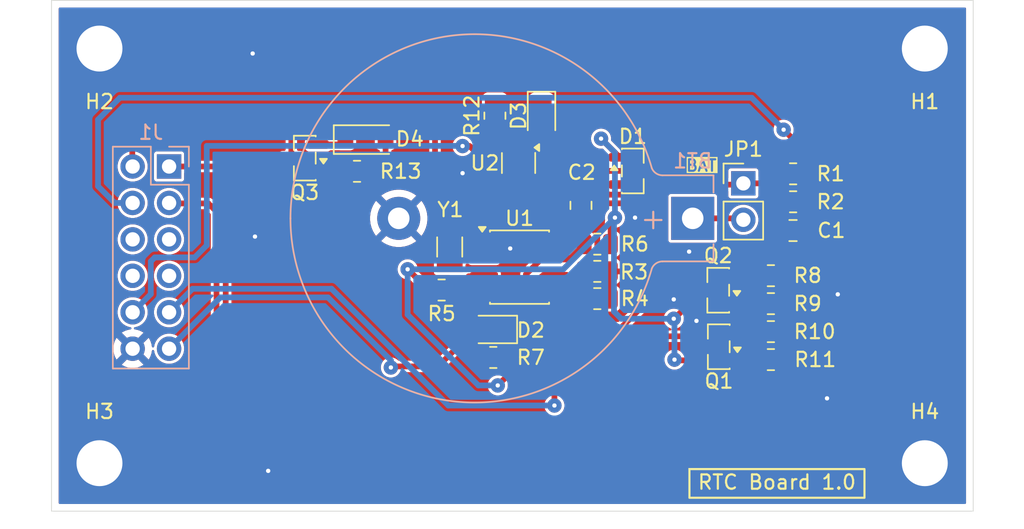
<source format=kicad_pcb>
(kicad_pcb (version 20241229) (generator "pcbnew") (generator_version "9.0")
  (title_block (title "RTC_Board") (date "2025-10-26") (rev "1.0") (company "PKl"))
  (layers (0 "F.Cu" signal) (2 "B.Cu" signal) (13 "F.Paste" user) (15 "B.Paste" user) (5 "F.SilkS" user "F.Silkscreen") (7 "B.SilkS" user "B.Silkscreen") (1 "F.Mask" user) (3 "B.Mask" user) (25 "Edge.Cuts" user))
  (net 0 "")
  (net 1 "ADC")
  (net 2 "3V3_RTC")
  (net 3 "GND")
  (net 4 "CLKO")
  (net 5 "Net-(D2-A)")
  (net 6 "Net-(D3-K)")
  (net 8 "INT")
  (net 9 "ON")
  (net 11 "Net-(U1-OSCI)")
  (net 12 "Net-(U1-OSCO)")
  (net 13 "I2C0_SDA")
  (net 15 "I2C0_SCL")
  (net 16 "Net-(BT1-+)")
  (net 17 "VDD_RTC")
  (net 18 "+BATT")
  (net 21 "Net-(Q1-D)")
  (net 22 "I2C0_SDA_RTC")
  (net 23 "Net-(Q2-D)")
  (net 24 "I2C0_SCL_RTC")
  (net 25 "3V3_IN")
  (net 26 "3V3_OUT")
  (net 27 "Net-(D4-A)")
  (footprint "Resistor_SMD:R_0805_2012Metric" (layer "F.Cu") (at 150.12 90.694999 180)
    (property "Reference" "R5" (at 0 -1.65 0) (layer "F.SilkS"))
    (property "Value" "10K")
    (fp_line (start -0.227064 0.735) (end 0.227064 0.735) (stroke (width 0.12)) (layer "F.SilkS"))
    (fp_line (start -0.227064 -0.735) (end 0.227064 -0.735) (stroke (width 0.12)) (layer "F.SilkS"))
    (pad "1" smd roundrect (at -0.9125 0 180) (size 1.025 1.4) (layers "F.Cu" "F.Mask" "F.Paste") (roundrect_rratio 0.243902) (net 8 "INT"))
    (pad "2" smd roundrect (at 0.9125 0 180) (size 1.025 1.4) (layers "F.Cu" "F.Mask" "F.Paste") (roundrect_rratio 0.243902) (net 2 "3V3_RTC"))
  )
  (footprint "Resistor_SMD:R_0805_2012Metric" (layer "F.Cu") (at 174.62 82.594999)
    (property "Reference" "R1" (at 2.6125 0 0) (layer "F.SilkS"))
    (property "Value" "100K")
    (fp_line (start -0.227064 -0.735) (end 0.227064 -0.735) (stroke (width 0.12)) (layer "F.SilkS"))
    (fp_line (start -0.227064 0.735) (end 0.227064 0.735) (stroke (width 0.12)) (layer "F.SilkS"))
    (pad "1" smd roundrect (at -0.9125 0) (size 1.025 1.4) (layers "F.Cu" "F.Mask" "F.Paste") (roundrect_rratio 0.243902) (net 18 "+BATT"))
    (pad "2" smd roundrect (at 0.9125 0) (size 1.025 1.4) (layers "F.Cu" "F.Mask" "F.Paste") (roundrect_rratio 0.243902) (net 1 "ADC"))
  )
  (footprint "Resistor_SMD:R_0805_2012Metric" (layer "F.Cu") (at 160.97 89.394999 180)
    (property "Reference" "R3" (at -2.5625 -0.05 0) (layer "F.SilkS"))
    (property "Value" "10K")
    (fp_line (start -0.227064 0.735) (end 0.227064 0.735) (stroke (width 0.12)) (layer "F.SilkS"))
    (fp_line (start -0.227064 -0.735) (end 0.227064 -0.735) (stroke (width 0.12)) (layer "F.SilkS"))
    (pad "1" smd roundrect (at -0.9125 0 180) (size 1.025 1.4) (layers "F.Cu" "F.Mask" "F.Paste") (roundrect_rratio 0.243902) (net 17 "VDD_RTC"))
    (pad "2" smd roundrect (at 0.9125 0 180) (size 1.025 1.4) (layers "F.Cu" "F.Mask" "F.Paste") (roundrect_rratio 0.243902) (net 24 "I2C0_SCL_RTC"))
  )
  (footprint "Resistor_SMD:R_0805_2012Metric" (layer "F.Cu") (at 173.07 95.544999)
    (property "Reference" "R11" (at 3.0875 0 0) (layer "F.SilkS"))
    (property "Value" "4K7")
    (fp_line (start -0.227064 -0.735) (end 0.227064 -0.735) (stroke (width 0.12)) (layer "F.SilkS"))
    (fp_line (start -0.227064 0.735) (end 0.227064 0.735) (stroke (width 0.12)) (layer "F.SilkS"))
    (pad "1" smd roundrect (at -0.9125 0) (size 1.025 1.4) (layers "F.Cu" "F.Mask" "F.Paste") (roundrect_rratio 0.243902) (net 2 "3V3_RTC"))
    (pad "2" smd roundrect (at 0.9125 0) (size 1.025 1.4) (layers "F.Cu" "F.Mask" "F.Paste") (roundrect_rratio 0.243902) (net 21 "Net-(Q1-D)"))
  )
  (footprint "Diode_SMD:D_SOD-123F" (layer "F.Cu") (at 144.8125 80.21)
    (property "Reference" "D4" (at 3.09 -0.04 0) (layer "F.SilkS"))
    (property "Value" "BZT52C5V1-DIO")
    (fp_line (start -2.21 -1) (end -2.21 1) (stroke (width 0.12)) (layer "F.SilkS"))
    (fp_line (start -2.21 -1) (end 1.65 -1) (stroke (width 0.12)) (layer "F.SilkS"))
    (fp_line (start -2.21 1) (end 1.65 1) (stroke (width 0.12)) (layer "F.SilkS"))
    (pad "1" smd roundrect (at -1.4 0) (size 1.1 1.1) (layers "F.Cu" "F.Mask" "F.Paste") (roundrect_rratio 0.2272727273) (net 26 "3V3_OUT"))
    (pad "2" smd roundrect (at 1.4 0) (size 1.1 1.1) (layers "F.Cu" "F.Mask" "F.Paste") (roundrect_rratio 0.2272727273) (net 27 "Net-(D4-A)"))
  )
  (footprint "Package_TO_SOT_SMD:SOT-23" (layer "F.Cu") (at 169.4375 94.647499 180)
    (property "Reference" "Q1" (at -0.0125 -2.4 0) (layer "F.SilkS"))
    (property "Value" "BSS138-ONS")
    (fp_line (start 0.76 1.56) (end -0.76 1.56) (stroke (width 0.12)) (layer "F.SilkS"))
    (fp_line (start 0.76 0.56) (end 0.76 1.56) (stroke (width 0.12)) (layer "F.SilkS"))
    (fp_line (start 0.76 -1.56) (end 0.76 -0.56) (stroke (width 0.12)) (layer "F.SilkS"))
    (fp_line (start -0.76 1.56) (end -0.76 1.51) (stroke (width 0.12)) (layer "F.SilkS"))
    (fp_line (start -0.76 0.39) (end -0.76 -0.39) (stroke (width 0.12)) (layer "F.SilkS"))
    (fp_line (start -0.76 -1.51) (end -0.76 -1.56) (stroke (width 0.12)) (layer "F.SilkS"))
    (fp_line (start -0.76 -1.56) (end 0.76 -1.56) (stroke (width 0.12)) (layer "F.SilkS"))
    (fp_poly (pts (xy -1.3 -0.38) (xy -1.06 -0.05) (xy -1.54 -0.05)) (stroke (width 0.12)) (fill yes) (layer "F.SilkS"))
    (pad "1" smd roundrect (at -0.9375 -0.95 180) (size 1.475 0.6) (layers "F.Cu" "F.Mask" "F.Paste") (net 2 "3V3_RTC"))
    (pad "2" smd roundrect (at -0.9375 0.95 180) (size 1.475 0.6) (layers "F.Cu" "F.Mask" "F.Paste") (net 24 "I2C0_SCL_RTC"))
    (pad "3" smd roundrect (at 0.9375 0 180) (size 1.475 0.6) (layers "F.Cu" "F.Mask" "F.Paste") (net 21 "Net-(Q1-D)"))
  )
  (footprint "Crystal:Crystal_SMD_3215-2Pin_3.2x1.5mm" (layer "F.Cu") (at 150.6825 87.694999 -90)
    (property "Reference" "Y1" (at -2.6 -0.05 0) (layer "F.SilkS"))
    (property "Value" "32.768K-CFPX217")
    (fp_line (start -0.675 0.875) (end 0.675 0.875) (stroke (width 0.12)) (layer "F.SilkS"))
    (fp_line (start -0.675 -0.875) (end 0.675 -0.875) (stroke (width 0.12)) (layer "F.SilkS"))
    (pad "1" smd rect (at 1.25 0 270) (size 1 1.8) (layers "F.Cu" "F.Mask" "F.Paste") (net 12 "Net-(U1-OSCO)"))
    (pad "2" smd rect (at -1.25 0 270) (size 1 1.8) (layers "F.Cu" "F.Mask" "F.Paste") (net 11 "Net-(U1-OSCI)"))
  )
  (footprint "Package_TO_SOT_SMD:SOT-23" (layer "F.Cu") (at 163.445 82.394999)
    (property "Reference" "D1" (at 0 -2.4 0) (layer "F.SilkS"))
    (property "Value" "BAT54C-DIO")
    (fp_line (start -0.76 -1.56) (end 0.76 -1.56) (stroke (width 0.12)) (layer "F.SilkS"))
    (fp_line (start -0.76 -1.51) (end -0.76 -1.56) (stroke (width 0.12)) (layer "F.SilkS"))
    (fp_line (start -0.76 0.39) (end -0.76 -0.39) (stroke (width 0.12)) (layer "F.SilkS"))
    (fp_line (start -0.76 1.56) (end -0.76 1.51) (stroke (width 0.12)) (layer "F.SilkS"))
    (fp_line (start 0.76 -1.56) (end 0.76 -0.56) (stroke (width 0.12)) (layer "F.SilkS"))
    (fp_line (start 0.76 0.56) (end 0.76 1.56) (stroke (width 0.12)) (layer "F.SilkS"))
    (fp_line (start 0.76 1.56) (end -0.76 1.56) (stroke (width 0.12)) (layer "F.SilkS"))
    (fp_poly (pts (xy -1.3 -0.38) (xy -1.06 -0.05) (xy -1.54 -0.05)) (stroke (width 0.12)) (fill yes) (layer "F.SilkS"))
    (pad "1" smd roundrect (at -0.9375 -0.95) (size 1.475 0.6) (layers "F.Cu" "F.Mask" "F.Paste") (net 2 "3V3_RTC"))
    (pad "2" smd roundrect (at -0.9375 0.95) (size 1.475 0.6) (layers "F.Cu" "F.Mask" "F.Paste") (net 18 "+BATT"))
    (pad "3" smd roundrect (at 0.9375 0) (size 1.475 0.6) (layers "F.Cu" "F.Mask" "F.Paste") (net 17 "VDD_RTC"))
  )
  (footprint "Resistor_SMD:R_0805_2012Metric" (layer "F.Cu") (at 153.72 95.394999)
    (property "Reference" "R7" (at 2.6125 0 0) (layer "F.SilkS"))
    (property "Value" "10K")
    (fp_line (start -0.227064 -0.735) (end 0.227064 -0.735) (stroke (width 0.12)) (layer "F.SilkS"))
    (fp_line (start -0.227064 0.735) (end 0.227064 0.735) (stroke (width 0.12)) (layer "F.SilkS"))
    (pad "1" smd roundrect (at -0.9125 0) (size 1.025 1.4) (layers "F.Cu" "F.Mask" "F.Paste") (roundrect_rratio 0.243902) (net 5 "Net-(D2-A)"))
    (pad "2" smd roundrect (at 0.9125 0) (size 1.025 1.4) (layers "F.Cu" "F.Mask" "F.Paste") (roundrect_rratio 0.243902) (net 2 "3V3_RTC"))
  )
  (footprint "MountingHole:MountingHole_3.2mm_M3_DIN965_Pad" (layer "F.Cu") (at 126.2725 73.864999)
    (property "Reference" "H2" (at 0 3.7 0) (layer "F.SilkS"))
    (property "Value" "MountingHole_Pad")
    (pad "1" thru_hole circle (at 0 0) (size 5.6 5.6) (drill 3.2) (layers "*.Cu" "*.Mask") (net 3 "GND"))
  )
  (footprint "Resistor_SMD:R_0805_2012Metric" (layer "F.Cu") (at 174.62 84.544999 180)
    (property "Reference" "R2" (at -2.6125 0 0) (layer "F.SilkS"))
    (property "Value" "100K")
    (fp_line (start -0.227064 0.735) (end 0.227064 0.735) (stroke (width 0.12)) (layer "F.SilkS"))
    (fp_line (start -0.227064 -0.735) (end 0.227064 -0.735) (stroke (width 0.12)) (layer "F.SilkS"))
    (pad "1" smd roundrect (at -0.9125 0 180) (size 1.025 1.4) (layers "F.Cu" "F.Mask" "F.Paste") (roundrect_rratio 0.243902) (net 1 "ADC"))
    (pad "2" smd roundrect (at 0.9125 0 180) (size 1.025 1.4) (layers "F.Cu" "F.Mask" "F.Paste") (roundrect_rratio 0.243902) (net 3 "GND"))
  )
  (footprint "Resistor_SMD:R_0805_2012Metric" (layer "F.Cu") (at 144.2225 82.42)
    (property "Reference" "R13" (at 3.04 0 0) (layer "F.SilkS"))
    (property "Value" "100K")
    (fp_line (start -0.227064 -0.735) (end 0.227064 -0.735) (stroke (width 0.12)) (layer "F.SilkS"))
    (fp_line (start -0.227064 0.735) (end 0.227064 0.735) (stroke (width 0.12)) (layer "F.SilkS"))
    (pad "1" smd roundrect (at -0.9125 0) (size 1.025 1.4) (layers "F.Cu" "F.Mask" "F.Paste") (roundrect_rratio 0.243902) (net 3 "GND"))
    (pad "2" smd roundrect (at 0.9125 0) (size 1.025 1.4) (layers "F.Cu" "F.Mask" "F.Paste") (roundrect_rratio 0.243902) (net 27 "Net-(D4-A)"))
  )
  (footprint "Resistor_SMD:R_0805_2012Metric" (layer "F.Cu") (at 153.8325 78.544999 90)
    (property "Reference" "R12" (at 0 -1.6 90) (layer "F.SilkS"))
    (property "Value" "1K")
    (fp_line (start -0.227064 -0.735) (end 0.227064 -0.735) (stroke (width 0.12)) (layer "F.SilkS"))
    (fp_line (start -0.227064 0.735) (end 0.227064 0.735) (stroke (width 0.12)) (layer "F.SilkS"))
    (pad "1" smd roundrect (at -0.9125 0 90) (size 1.025 1.4) (layers "F.Cu" "F.Mask" "F.Paste") (roundrect_rratio 0.243902) (net 3 "GND"))
    (pad "2" smd roundrect (at 0.9125 0 90) (size 1.025 1.4) (layers "F.Cu" "F.Mask" "F.Paste") (roundrect_rratio 0.243902) (net 6 "Net-(D3-K)"))
  )
  (footprint "MountingHole:MountingHole_3.2mm_M3_DIN965_Pad" (layer "F.Cu") (at 126.2725 102.764999)
    (property "Reference" "H3" (at 0 -3.6 0) (layer "F.SilkS"))
    (property "Value" "MountingHole_Pad")
    (pad "1" thru_hole circle (at 0 0) (size 5.6 5.6) (drill 3.2) (layers "*.Cu" "*.Mask") (net 3 "GND"))
  )
  (footprint "Package_SO:SOIC-8_3.9x4.9mm_P1.27mm" (layer "F.Cu") (at 155.55 89.099999)
    (property "Reference" "U1" (at 0 -3.4 0) (layer "F.SilkS"))
    (property "Value" "PCF8563T")
    (fp_line (start -2.06 -2.56) (end 2.06 -2.56) (stroke (width 0.12)) (layer "F.SilkS"))
    (fp_line (start -2.06 -2.465) (end -2.06 -2.56) (stroke (width 0.12)) (layer "F.SilkS"))
    (fp_line (start -2.06 2.56) (end -2.06 2.465) (stroke (width 0.12)) (layer "F.SilkS"))
    (fp_line (start 2.06 -2.56) (end 2.06 -2.465) (stroke (width 0.12)) (layer "F.SilkS"))
    (fp_line (start 2.06 2.465) (end 2.06 2.56) (stroke (width 0.12)) (layer "F.SilkS"))
    (fp_line (start 2.06 2.56) (end -2.06 2.56) (stroke (width 0.12)) (layer "F.SilkS"))
    (fp_poly (pts (xy -2.6 -2.47) (xy -2.84 -2.8) (xy -2.36 -2.8)) (stroke (width 0.12)) (fill yes) (layer "F.SilkS"))
    (pad "1" smd roundrect (at -2.475 -1.905) (size 1.95 0.6) (layers "F.Cu" "F.Mask" "F.Paste") (net 11 "Net-(U1-OSCI)"))
    (pad "2" smd roundrect (at -2.475 -0.635) (size 1.95 0.6) (layers "F.Cu" "F.Mask" "F.Paste") (net 12 "Net-(U1-OSCO)"))
    (pad "3" smd roundrect (at -2.475 0.635) (size 1.95 0.6) (layers "F.Cu" "F.Mask" "F.Paste") (net 8 "INT"))
    (pad "4" smd roundrect (at -2.475 1.905) (size 1.95 0.6) (layers "F.Cu" "F.Mask" "F.Paste") (net 3 "GND"))
    (pad "5" smd roundrect (at 2.475 1.905) (size 1.95 0.6) (layers "F.Cu" "F.Mask" "F.Paste") (net 22 "I2C0_SDA_RTC"))
    (pad "6" smd roundrect (at 2.475 0.635) (size 1.95 0.6) (layers "F.Cu" "F.Mask" "F.Paste") (net 24 "I2C0_SCL_RTC"))
    (pad "7" smd roundrect (at 2.475 -0.635) (size 1.95 0.6) (layers "F.Cu" "F.Mask" "F.Paste") (net 4 "CLKO"))
    (pad "8" smd roundrect (at 2.475 -1.905) (size 1.95 0.6) (layers "F.Cu" "F.Mask" "F.Paste") (net 17 "VDD_RTC"))
  )
  (footprint "MountingHole:MountingHole_3.2mm_M3_DIN965_Pad" (layer "F.Cu") (at 183.7975 73.864999)
    (property "Reference" "H1" (at 0 3.7 0) (layer "F.SilkS"))
    (property "Value" "MountingHole_Pad" (hide yes))
    (pad "1" thru_hole circle (at 0 0) (size 5.6 5.6) (drill 3.2) (layers "*.Cu" "*.Mask") (net 3 "GND"))
  )
  (footprint "Resistor_SMD:R_0805_2012Metric" (layer "F.Cu") (at 173.07 93.594999 180)
    (property "Reference" "R10" (at -3.05 0 0) (layer "F.SilkS"))
    (property "Value" "100")
    (fp_line (start -0.227064 0.735) (end 0.227064 0.735) (stroke (width 0.12)) (layer "F.SilkS"))
    (fp_line (start -0.227064 -0.735) (end 0.227064 -0.735) (stroke (width 0.12)) (layer "F.SilkS"))
    (pad "1" smd roundrect (at -0.9125 0 180) (size 1.025 1.4) (layers "F.Cu" "F.Mask" "F.Paste") (roundrect_rratio 0.243902) (net 15 "I2C0_SCL"))
    (pad "2" smd roundrect (at 0.9125 0 180) (size 1.025 1.4) (layers "F.Cu" "F.Mask" "F.Paste") (roundrect_rratio 0.243902) (net 21 "Net-(Q1-D)"))
  )
  (footprint "Resistor_SMD:R_0805_2012Metric" (layer "F.Cu") (at 160.97 91.294999 180)
    (property "Reference" "R4" (at -2.6125 0 0) (layer "F.SilkS"))
    (property "Value" "10K")
    (fp_line (start -0.227064 0.735) (end 0.227064 0.735) (stroke (width 0.12)) (layer "F.SilkS"))
    (fp_line (start -0.227064 -0.735) (end 0.227064 -0.735) (stroke (width 0.12)) (layer "F.SilkS"))
    (pad "1" smd roundrect (at -0.9125 0 180) (size 1.025 1.4) (layers "F.Cu" "F.Mask" "F.Paste") (roundrect_rratio 0.243902) (net 17 "VDD_RTC"))
    (pad "2" smd roundrect (at 0.9125 0 180) (size 1.025 1.4) (layers "F.Cu" "F.Mask" "F.Paste") (roundrect_rratio 0.243902) (net 22 "I2C0_SDA_RTC"))
  )
  (footprint "Resistor_SMD:R_0805_2012Metric" (layer "F.Cu") (at 173.07 89.694999 180)
    (property "Reference" "R8" (at -2.5625 0.0125 0) (layer "F.SilkS"))
    (property "Value" "100")
    (fp_line (start -0.227064 0.735) (end 0.227064 0.735) (stroke (width 0.12)) (layer "F.SilkS"))
    (fp_line (start -0.227064 -0.735) (end 0.227064 -0.735) (stroke (width 0.12)) (layer "F.SilkS"))
    (pad "1" smd roundrect (at -0.9125 0 180) (size 1.025 1.4) (layers "F.Cu" "F.Mask" "F.Paste") (roundrect_rratio 0.243902) (net 13 "I2C0_SDA"))
    (pad "2" smd roundrect (at 0.9125 0 180) (size 1.025 1.4) (layers "F.Cu" "F.Mask" "F.Paste") (roundrect_rratio 0.243902) (net 23 "Net-(Q2-D)"))
  )
  (footprint "Resistor_SMD:R_0805_2012Metric" (layer "F.Cu") (at 160.97 87.494999 180)
    (property "Reference" "R6" (at -2.6125 0 0) (layer "F.SilkS"))
    (property "Value" "4K7")
    (fp_line (start -0.227064 0.735) (end 0.227064 0.735) (stroke (width 0.12)) (layer "F.SilkS"))
    (fp_line (start -0.227064 -0.735) (end 0.227064 -0.735) (stroke (width 0.12)) (layer "F.SilkS"))
    (pad "1" smd roundrect (at -0.9125 0 180) (size 1.025 1.4) (layers "F.Cu" "F.Mask" "F.Paste") (roundrect_rratio 0.243902) (net 2 "3V3_RTC"))
    (pad "2" smd roundrect (at 0.9125 0 180) (size 1.025 1.4) (layers "F.Cu" "F.Mask" "F.Paste") (roundrect_rratio 0.243902) (net 4 "CLKO"))
  )
  (footprint "Package_TO_SOT_SMD:SOT-23" (layer "F.Cu") (at 140.5825 81.5 180)
    (property "Reference" "Q3" (at 0 -2.4 0) (layer "F.SilkS"))
    (property "Value" "AO3407A")
    (fp_line (start 0.76 1.56) (end -0.76 1.56) (stroke (width 0.12)) (layer "F.SilkS"))
    (fp_line (start 0.76 0.56) (end 0.76 1.56) (stroke (width 0.12)) (layer "F.SilkS"))
    (fp_line (start 0.76 -1.56) (end 0.76 -0.56) (stroke (width 0.12)) (layer "F.SilkS"))
    (fp_line (start -0.76 1.56) (end -0.76 1.51) (stroke (width 0.12)) (layer "F.SilkS"))
    (fp_line (start -0.76 0.39) (end -0.76 -0.39) (stroke (width 0.12)) (layer "F.SilkS"))
    (fp_line (start -0.76 -1.51) (end -0.76 -1.56) (stroke (width 0.12)) (layer "F.SilkS"))
    (fp_line (start -0.76 -1.56) (end 0.76 -1.56) (stroke (width 0.12)) (layer "F.SilkS"))
    (fp_poly (pts (xy -1.3 -0.38) (xy -1.06 -0.05) (xy -1.54 -0.05)) (stroke (width 0.12)) (fill yes) (layer "F.SilkS"))
    (pad "1" smd roundrect (at -0.9375 -0.95 180) (size 1.475 0.6) (layers "F.Cu" "F.Mask" "F.Paste") (net 27 "Net-(D4-A)"))
    (pad "2" smd roundrect (at -0.9375 0.95 180) (size 1.475 0.6) (layers "F.Cu" "F.Mask" "F.Paste") (net 26 "3V3_OUT"))
    (pad "3" smd roundrect (at 0.9375 0 180) (size 1.475 0.6) (layers "F.Cu" "F.Mask" "F.Paste") (net 25 "3V3_IN"))
  )
  (footprint "Package_TO_SOT_SMD:SOT-23" (layer "F.Cu") (at 169.4 90.709999 180)
    (property "Reference" "Q2" (at 0 2.4125 0) (layer "F.SilkS"))
    (property "Value" "BSS138-ONS")
    (fp_line (start 0.76 1.56) (end -0.76 1.56) (stroke (width 0.12)) (layer "F.SilkS"))
    (fp_line (start 0.76 0.56) (end 0.76 1.56) (stroke (width 0.12)) (layer "F.SilkS"))
    (fp_line (start 0.76 -1.56) (end 0.76 -0.56) (stroke (width 0.12)) (layer "F.SilkS"))
    (fp_line (start -0.76 1.56) (end -0.76 1.51) (stroke (width 0.12)) (layer "F.SilkS"))
    (fp_line (start -0.76 0.39) (end -0.76 -0.39) (stroke (width 0.12)) (layer "F.SilkS"))
    (fp_line (start -0.76 -1.51) (end -0.76 -1.56) (stroke (width 0.12)) (layer "F.SilkS"))
    (fp_line (start -0.76 -1.56) (end 0.76 -1.56) (stroke (width 0.12)) (layer "F.SilkS"))
    (fp_poly (pts (xy -1.3 -0.38) (xy -1.06 -0.05) (xy -1.54 -0.05)) (stroke (width 0.12)) (fill yes) (layer "F.SilkS"))
    (pad "1" smd roundrect (at -0.9375 -0.95 180) (size 1.475 0.6) (layers "F.Cu" "F.Mask" "F.Paste") (net 2 "3V3_RTC"))
    (pad "2" smd roundrect (at -0.9375 0.95 180) (size 1.475 0.6) (layers "F.Cu" "F.Mask" "F.Paste") (net 22 "I2C0_SDA_RTC"))
    (pad "3" smd roundrect (at 0.9375 0 180) (size 1.475 0.6) (layers "F.Cu" "F.Mask" "F.Paste") (net 23 "Net-(Q2-D)"))
  )
  (footprint "Package_TO_SOT_SMD:SOT-363_SC-70-6" (layer "F.Cu") (at 155.4825 81.844999 -90)
    (property "Reference" "U2" (at 0 2.35 0) (layer "F.SilkS"))
    (property "Value" "SIP32431DR3-T1GE3")
    (fp_line (start -0.7 1.16) (end 0.7 1.16) (stroke (width 0.12)) (layer "F.SilkS"))
    (fp_line (start -0.71 -1.16) (end 0.7 -1.16) (stroke (width 0.12)) (layer "F.SilkS"))
    (fp_poly (pts (xy -1.08 -1.11) (xy -1.32 -1.44) (xy -0.84 -1.44) (xy -1.08 -1.11)) (stroke (width 0.12)) (fill yes) (layer "F.SilkS"))
    (pad "1" smd roundrect (at -0.95 -0.65 270) (size 0.65 0.4) (layers "F.Cu" "F.Mask" "F.Paste") (net 2 "3V3_RTC"))
    (pad "2" smd roundrect (at -0.95 0 270) (size 0.65 0.4) (layers "F.Cu" "F.Mask" "F.Paste") (net 3 "GND"))
    (pad "3" smd roundrect (at -0.95 0.65 270) (size 0.65 0.4) (layers "F.Cu" "F.Mask" "F.Paste") (net 9 "ON"))
    (pad "4" smd roundrect (at 0.95 0.65 270) (size 0.65 0.4) (layers "F.Cu" "F.Mask" "F.Paste") (net 26 "3V3_OUT"))
    (pad "5" smd roundrect (at 0.95 0 270) (size 0.65 0.4) (layers "F.Cu" "F.Mask" "F.Paste") (net 3 "GND"))
    (pad "6" smd roundrect (at 0.95 -0.65 270) (size 0.65 0.4) (layers "F.Cu" "F.Mask" "F.Paste"))
  )
  (footprint "Capacitor_SMD:C_0805_2012Metric" (layer "F.Cu") (at 174.6125 86.549999 180)
    (property "Reference" "C1" (at -2.67 0.005 0) (layer "F.SilkS"))
    (property "Value" "100nF")
    (fp_line (start -0.261252 0.735) (end 0.261252 0.735) (stroke (width 0.12)) (layer "F.SilkS"))
    (fp_line (start -0.261252 -0.735) (end 0.261252 -0.735) (stroke (width 0.12)) (layer "F.SilkS"))
    (pad "1" smd roundrect (at -0.95 0 180) (size 1 1.45) (layers "F.Cu" "F.Mask" "F.Paste") (net 1 "ADC"))
    (pad "2" smd roundrect (at 0.95 0 180) (size 1 1.45) (layers "F.Cu" "F.Mask" "F.Paste") (net 3 "GND"))
  )
  (footprint "Connector_PinHeader_2.54mm:PinHeader_1x02_P2.54mm_Vertical" (layer "F.Cu") (at 171.15 83.259999)
    (property "Reference" "JP1" (at 0 -2.38 0) (layer "F.SilkS"))
    (property "Value" "Jumper_2_Bridged")
    (fp_line (start -1.38 -1.38) (end 0 -1.38) (stroke (width 0.12)) (layer "F.SilkS"))
    (fp_line (start -1.38 0) (end -1.38 -1.38) (stroke (width 0.12)) (layer "F.SilkS"))
    (fp_line (start -1.38 1.27) (end -1.38 3.92) (stroke (width 0.12)) (layer "F.SilkS"))
    (fp_line (start -1.38 1.27) (end 1.38 1.27) (stroke (width 0.12)) (layer "F.SilkS"))
    (fp_line (start -1.38 3.92) (end 1.38 3.92) (stroke (width 0.12)) (layer "F.SilkS"))
    (fp_line (start 1.38 1.27) (end 1.38 3.92) (stroke (width 0.12)) (layer "F.SilkS"))
    (pad "1" thru_hole rect (at 0 0) (size 1.7 1.7) (drill 1) (layers "*.Cu" "*.Mask") (net 18 "+BATT"))
    (pad "2" thru_hole circle (at 0 2.54) (size 1.7 1.7) (drill 1) (layers "*.Cu" "*.Mask") (net 16 "Net-(BT1-+)"))
  )
  (footprint "LED_SMD:LED_0805_2012Metric" (layer "F.Cu") (at 153.695 93.444999 180)
    (property "Reference" "D2" (at -2.6375 -0.05 0) (layer "F.SilkS"))
    (property "Value" "LED")
    (fp_line (start 1 -0.96) (end -1.685 -0.96) (stroke (width 0.12)) (layer "F.SilkS"))
    (fp_line (start -1.685 0.96) (end 1 0.96) (stroke (width 0.12)) (layer "F.SilkS"))
    (fp_line (start -1.685 -0.96) (end -1.685 0.96) (stroke (width 0.12)) (layer "F.SilkS"))
    (pad "1" smd roundrect (at -0.9375 0 180) (size 0.975 1.4) (layers "F.Cu" "F.Mask" "F.Paste") (net 4 "CLKO"))
    (pad "2" smd roundrect (at 0.9375 0 180) (size 0.975 1.4) (layers "F.Cu" "F.Mask" "F.Paste") (net 5 "Net-(D2-A)"))
  )
  (footprint "LED_SMD:LED_0805_2012Metric" (layer "F.Cu") (at 157.0825 78.557499 -90)
    (property "Reference" "D3" (at 0 1.6 90) (layer "F.SilkS"))
    (property "Value" "LED")
    (fp_line (start -1.685 0.96) (end 1 0.96) (stroke (width 0.12)) (layer "F.SilkS"))
    (fp_line (start -1.685 -0.96) (end -1.685 0.96) (stroke (width 0.12)) (layer "F.SilkS"))
    (fp_line (start 1 -0.96) (end -1.685 -0.96) (stroke (width 0.12)) (layer "F.SilkS"))
    (pad "1" smd roundrect (at -0.9375 0 270) (size 0.975 1.4) (layers "F.Cu" "F.Mask" "F.Paste") (net 6 "Net-(D3-K)"))
    (pad "2" smd roundrect (at 0.9375 0 270) (size 0.975 1.4) (layers "F.Cu" "F.Mask" "F.Paste") (net 2 "3V3_RTC"))
  )
  (footprint "Capacitor_SMD:C_0805_2012Metric" (layer "F.Cu") (at 159.8325 84.794999 90)
    (property "Reference" "C2" (at 2.3 0.05 0) (layer "F.SilkS"))
    (property "Value" "100nF")
    (fp_line (start -0.261252 -0.735) (end 0.261252 -0.735) (stroke (width 0.12)) (layer "F.SilkS"))
    (fp_line (start -0.261252 0.735) (end 0.261252 0.735) (stroke (width 0.12)) (layer "F.SilkS"))
    (pad "1" smd roundrect (at -0.95 0 90) (size 1 1.45) (layers "F.Cu" "F.Mask" "F.Paste") (net 17 "VDD_RTC"))
    (pad "2" smd roundrect (at 0.95 0 90) (size 1 1.45) (layers "F.Cu" "F.Mask" "F.Paste") (net 3 "GND"))
  )
  (footprint "MountingHole:MountingHole_3.2mm_M3_DIN965_Pad" (layer "F.Cu") (at 183.7975 102.764999)
    (property "Reference" "H4" (at 0 -3.6 0) (layer "F.SilkS"))
    (property "Value" "MountingHole_Pad")
    (pad "1" thru_hole circle (at 0 0) (size 5.6 5.6) (drill 3.2) (layers "*.Cu" "*.Mask") (net 3 "GND"))
  )
  (footprint "Resistor_SMD:R_0805_2012Metric" (layer "F.Cu") (at 173.07 91.644999)
    (property "Reference" "R9" (at 2.5625 0 0) (layer "F.SilkS"))
    (property "Value" "4K7")
    (fp_line (start -0.227064 -0.735) (end 0.227064 -0.735) (stroke (width 0.12)) (layer "F.SilkS"))
    (fp_line (start -0.227064 0.735) (end 0.227064 0.735) (stroke (width 0.12)) (layer "F.SilkS"))
    (pad "1" smd roundrect (at -0.9125 0) (size 1.025 1.4) (layers "F.Cu" "F.Mask" "F.Paste") (roundrect_rratio 0.243902) (net 2 "3V3_RTC"))
    (pad "2" smd roundrect (at 0.9125 0) (size 1.025 1.4) (layers "F.Cu" "F.Mask" "F.Paste") (roundrect_rratio 0.243902) (net 23 "Net-(Q2-D)"))
  )
  (footprint "Battery:BatteryHolder_Keystone_104_1x23mm" (layer "B.Cu") (at 167.62 85.7 180)
    (property "Reference" "BT1" (at 0 4 0) (layer "B.SilkS") (effects (justify mirror)))
    (property "Value" "CR2032")
    (fp_line (start -1.45 3) (end 2.1 3) (stroke (width 0.12)) (layer "B.SilkS"))
    (fp_line (start -1.45 1.8) (end -1.45 3) (stroke (width 0.12)) (layer "B.SilkS"))
    (fp_line (start -1.45 -1.8) (end -1.45 -3) (stroke (width 0.12)) (layer "B.SilkS"))
    (fp_line (start -1.45 -3) (end 2.1 -3) (stroke (width 0.12)) (layer "B.SilkS"))
    (fp_arc (start 28.03617 0) (mid 16.966716 12.714122) (end 2.85 3.5) (stroke (width 0.12)) (layer "B.SilkS"))
    (fp_arc (start 2.85 -3.5) (mid 16.966716 -12.714122) (end 28.03617 0) (stroke (width 0.12)) (layer "B.SilkS"))
    (fp_arc (start 2.85 -3.5) (mid 2.550694 -3.136459) (end 2.1 -3) (stroke (width 0.12)) (layer "B.SilkS"))
    (fp_arc (start 2.1 3) (mid 2.550694 3.136459) (end 2.85 3.5) (stroke (width 0.12)) (layer "B.SilkS"))
    (fp_text user "+" (at 2.75 0 0) (layer "B.SilkS") (effects (font (size 1.5 1.5)) (justify mirror)))
    (pad "1" thru_hole rect (at 0 0 180) (size 3 3) (drill 1.5) (layers "*.Cu" "*.Mask") (net 16 "Net-(BT1-+)"))
    (pad "2" thru_hole circle (at 20.49 0 180) (size 3 3) (drill 1.5) (layers "*.Cu" "*.Mask") (net 3 "GND"))
  )
  (footprint "Connector_PinHeader_2.54mm:PinHeader_2x06_P2.54mm_Vertical" (layer "B.Cu") (at 131.1225 82.084999 180)
    (property "Reference" "J1" (at 1.27 2.38 0) (layer "B.SilkS") (effects (justify mirror)))
    (property "Value" "COM")
    (fp_line (start 3.92 1.38) (end 3.92 -14.08) (stroke (width 0.12)) (layer "B.SilkS"))
    (fp_line (start 1.27 1.38) (end 3.92 1.38) (stroke (width 0.12)) (layer "B.SilkS"))
    (fp_line (start 1.27 -1.27) (end 1.27 1.38) (stroke (width 0.12)) (layer "B.SilkS"))
    (fp_line (start -1.38 1.38) (end 0 1.38) (stroke (width 0.12)) (layer "B.SilkS"))
    (fp_line (start -1.38 0) (end -1.38 1.38) (stroke (width 0.12)) (layer "B.SilkS"))
    (fp_line (start -1.38 -1.27) (end 1.27 -1.27) (stroke (width 0.12)) (layer "B.SilkS"))
    (fp_line (start -1.38 -1.27) (end -1.38 -14.08) (stroke (width 0.12)) (layer "B.SilkS"))
    (fp_line (start -1.38 -14.08) (end 3.92 -14.08) (stroke (width 0.12)) (layer "B.SilkS"))
    (pad "1" thru_hole rect (at 0 0 180) (size 1.7 1.7) (drill 1) (layers "*.Cu" "*.Mask") (net 15 "I2C0_SCL"))
    (pad "2" thru_hole circle (at 2.54 0 180) (size 1.7 1.7) (drill 1) (layers "*.Cu" "*.Mask") (net 25 "3V3_IN"))
    (pad "3" thru_hole circle (at 0 -2.54 180) (size 1.7 1.7) (drill 1) (layers "*.Cu" "*.Mask") (net 13 "I2C0_SDA"))
    (pad "4" thru_hole circle (at 2.54 -2.54 180) (size 1.7 1.7) (drill 1) (layers "*.Cu" "*.Mask") (net 1 "ADC"))
    (pad "5" thru_hole circle (at 0 -5.08 180) (size 1.7 1.7) (drill 1) (layers "*.Cu" "*.Mask"))
    (pad "6" thru_hole circle (at 2.54 -5.08 180) (size 1.7 1.7) (drill 1) (layers "*.Cu" "*.Mask"))
    (pad "7" thru_hole circle (at 0 -7.62 180) (size 1.7 1.7) (drill 1) (layers "*.Cu" "*.Mask"))
    (pad "8" thru_hole circle (at 2.54 -7.62 180) (size 1.7 1.7) (drill 1) (layers "*.Cu" "*.Mask"))
    (pad "9" thru_hole circle (at 0 -10.16 180) (size 1.7 1.7) (drill 1) (layers "*.Cu" "*.Mask") (net 4 "CLKO"))
    (pad "10" thru_hole circle (at 2.54 -10.16 180) (size 1.7 1.7) (drill 1) (layers "*.Cu" "*.Mask") (net 9 "ON"))
    (pad "11" thru_hole circle (at 0 -12.7 180) (size 1.7 1.7) (drill 1) (layers "*.Cu" "*.Mask") (net 8 "INT"))
    (pad "12" thru_hole circle (at 2.54 -12.7 180) (size 1.7 1.7) (drill 1) (layers "*.Cu" "*.Mask") (net 3 "GND"))
  )
  (gr_rect (start 167.3925 103.174999) (end 179.5925 105.174999) (stroke (width 0.15)) (fill no) (layer "F.SilkS"))
  (gr_rect (start 122.929652 70.504999) (end 187.1725 106.109999) (stroke (width 0.05)) (fill no) (layer "Edge.Cuts"))
  (gr_text "BAT" (at 168.22 82.019999 0) (layer "F.SilkS" knockout) (effects (font (size 0.8 0.8))))
  (gr_text "RTC Board 1.0" (at 167.8925 104.674999 0) (layer "F.SilkS") (effects (font (size 1 1)) (justify left bottom)))
  (segment (start 175.5625 84.537499) (end 175.575 84.549999) (width 0.4) (layer "F.Cu") (net 1))
  (segment (start 175.5625 86.974999) (end 175.5625 86.549999) (width 0.4) (layer "F.Cu") (net 1))
  (segment (start 175.575 84.549999) (end 175.575 86.537499) (width 0.4) (layer "F.Cu") (net 1))
  (segment (start 173.9575 79.519999) (end 175.5325 81.094999) (width 0.4) (layer "F.Cu") (net 1))
  (segment (start 175.575 86.537499) (end 175.5625 86.549999) (width 0.4) (layer "F.Cu") (net 1))
  (segment (start 175.5625 82.599999) (end 175.5625 84.537499) (width 0.4) (layer "F.Cu") (net 1))
  (segment (start 175.5325 81.094999) (end 175.5325 82.594999) (width 0.4) (layer "F.Cu") (net 1))
  (via (at 173.9575 79.519999) (size 1) (drill 0.3) (layers "F.Cu" "B.Cu") (net 1))
  (segment (start 126.17 83.46) (end 127.334999 84.624999) (width 0.4) (layer "B.Cu") (net 1))
  (segment (start 126.17 78.82) (end 126.17 83.46) (width 0.4) (layer "B.Cu") (net 1))
  (segment (start 173.9575 79.519999) (end 174.0825 79.644999) (width 0.4) (layer "B.Cu") (net 1))
  (segment (start 171.7325 77.294999) (end 127.695001 77.294999) (width 0.4) (layer "B.Cu") (net 1))
  (segment (start 127.695001 77.294999) (end 126.17 78.82) (width 0.4) (layer "B.Cu") (net 1))
  (segment (start 173.9575 79.519999) (end 171.7325 77.294999) (width 0.4) (layer "B.Cu") (net 1))
  (segment (start 127.334999 84.624999) (end 128.5825 84.624999) (width 0.4) (layer "B.Cu") (net 1))
  (segment (start 166.33 92.697499) (end 167.3825 91.644999) (width 0.4) (layer "F.Cu") (net 2))
  (segment (start 166.3 92.697499) (end 166.33 92.697499) (width 0.4) (layer "F.Cu") (net 2))
  (segment (start 162.5075 81.419999) (end 162.5075 81.444999) (width 0.4) (layer "F.Cu") (net 2))
  (segment (start 154.6325 96.744999) (end 154.0325 97.344999) (width 0.4) (layer "F.Cu") (net 2))
  (segment (start 147.7625 89.249999) (end 149.2075 90.694999) (width 0.4) (layer "F.Cu") (net 2))
  (segment (start 172.1375 91.659999) (end 170.3375 91.659999) (width 0.4) (layer "F.Cu") (net 2))
  (segment (start 170.375 95.597499) (end 172.1625 95.597499) (width 0.4) (layer "F.Cu") (net 2))
  (segment (start 157.0825 79.494999) (end 157.0825 79.944999) (width 0.4) (layer "F.Cu") (net 2))
  (segment (start 166.35 95.547499) (end 166.4 95.597499) (width 0.4) (layer "F.Cu") (net 2))
  (segment (start 159.0325 81.444999) (end 157.0825 79.494999) (width 0.4) (layer "F.Cu") (net 2))
  (segment (start 162.2 85.649999) (end 161.9 85.949999) (width 0.4) (layer "F.Cu") (net 2))
  (segment (start 167.3825 91.644999) (end 170.3225 91.644999) (width 0.4) (layer "F.Cu") (net 2))
  (segment (start 161.9 85.949999) (end 161.9 87.499999) (width 0.4) (layer "F.Cu") (net 2))
  (segment (start 162.5075 81.444999) (end 159.0325 81.444999) (width 0.4) (layer "F.Cu") (net 2))
  (segment (start 154.6325 95.394999) (end 154.6325 96.744999) (width 0.4) (layer "F.Cu") (net 2))
  (segment (start 161.2325 80.144999) (end 162.5075 81.419999) (width 0.4) (layer "F.Cu") (net 2))
  (segment (start 148.9 90.699999) (end 149.225 90.699999) (width 0.4) (layer "F.Cu") (net 2))
  (segment (start 166.4 95.597499) (end 170.375 95.597499) (width 0.4) (layer "F.Cu") (net 2))
  (segment (start 170.3225 91.644999) (end 170.3375 91.659999) (width 0.4) (layer "F.Cu") (net 2))
  (segment (start 157.0825 79.944999) (end 156.1325 80.894999) (width 0.4) (layer "F.Cu") (net 2))
  (segment (start 147.75 89.249999) (end 147.7625 89.249999) (width 0.4) (layer "F.Cu") (net 2))
  (via (at 166.3 92.697499) (size 1) (drill 0.3) (layers "F.Cu" "B.Cu") (net 2))
  (via (at 166.35 95.547499) (size 1) (drill 0.3) (layers "F.Cu" "B.Cu") (net 2))
  (via (at 147.75 89.249999) (size 1) (drill 0.3) (layers "F.Cu" "B.Cu") (net 2))
  (via (at 161.2325 80.144999) (size 1) (drill 0.3) (layers "F.Cu" "B.Cu") (net 2))
  (via (at 162.2 85.649999) (size 1) (drill 0.3) (layers "F.Cu" "B.Cu") (net 2))
  (via (at 154.0325 97.344999) (size 1) (drill 0.3) (layers "F.Cu" "B.Cu") (net 2))
  (segment (start 158.6 89.249999) (end 162.2 85.649999) (width 0.4) (layer "B.Cu") (net 2))
  (segment (start 147.75 92.412499) (end 152.6825 97.344999) (width 0.4) (layer "B.Cu") (net 2))
  (segment (start 166.35 92.747499) (end 166.3 92.697499) (width 0.4) (layer "B.Cu") (net 2))
  (segment (start 162.2 81.112499) (end 161.2325 80.144999) (width 0.4) (layer "B.Cu") (net 2))
  (segment (start 162.1325 85.717499) (end 162.2 85.649999) (width 0.4) (layer "B.Cu") (net 2))
  (segment (start 166.3 92.697499) (end 162.635 92.697499) (width 0.4) (layer "B.Cu") (net 2))
  (segment (start 154.0325 97.344999) (end 154.0825 97.344999) (width 0.4) (layer "B.Cu") (net 2))
  (segment (start 162.635 92.697499) (end 162.1325 92.194999) (width 0.4) (layer "B.Cu") (net 2))
  (segment (start 152.6825 97.344999) (end 154.0325 97.344999) (width 0.4) (layer "B.Cu") (net 2))
  (segment (start 162.2 81.112499) (end 162.2 85.649999) (width 0.4) (layer "B.Cu") (net 2))
  (segment (start 147.75 89.249999) (end 158.6 89.249999) (width 0.4) (layer "B.Cu") (net 2))
  (segment (start 147.75 89.249999) (end 147.75 92.412499) (width 0.4) (layer "B.Cu") (net 2))
  (segment (start 166.35 95.547499) (end 166.35 92.747499) (width 0.4) (layer "B.Cu") (net 2))
  (segment (start 162.1325 92.194999) (end 162.1325 85.717499) (width 0.4) (layer "B.Cu") (net 2))
  (via (at 151.58 82.55) (size 1) (drill 0.3) (layers "F.Cu" "B.Cu") (net 3))
  (via (at 167.37 88.019999) (size 1) (drill 0.3) (layers "F.Cu" "B.Cu") (net 3))
  (via (at 176.9825 98.244999) (size 1) (drill 0.3) (layers "F.Cu" "B.Cu") (net 3))
  (via (at 163.6 85.649999) (size 1) (drill 0.3) (layers "F.Cu" "B.Cu") (net 3))
  (via (at 138.03 103.3) (size 1) (drill 0.3) (layers "F.Cu" "B.Cu") (net 3))
  (via (at 136.95 74.21) (size 1) (drill 0.3) (layers "F.Cu" "B.Cu") (net 3))
  (via (at 167.8825 92.844999) (size 1) (drill 0.3) (layers "F.Cu" "B.Cu") (net 3))
  (via (at 154.9 87.799999) (size 1) (drill 0.3) (layers "F.Cu" "B.Cu") (net 3))
  (via (at 137.11 86.97) (size 1) (drill 0.3) (layers "F.Cu" "B.Cu") (net 3))
  (via (at 177.7325 90.994999) (size 1) (drill 0.3) (layers "F.Cu" "B.Cu") (net 3))
  (via (at 166.3 91.347499) (size 1) (drill 0.3) (layers "F.Cu" "B.Cu") (net 3))
  (segment (start 154.45 93.399999) (end 154.55 93.399999) (width 0.4) (layer "F.Cu") (net 4))
  (segment (start 156.87 96.719999) (end 155.875 95.724999) (width 0.4) (layer "F.Cu") (net 4))
  (segment (start 157.135 88.464999) (end 156 89.599999) (width 0.4) (layer "F.Cu") (net 4))
  (segment (start 159.11 88.464999) (end 160.075 87.499999) (width 0.4) (layer "F.Cu") (net 4))
  (segment (start 160.04 87.464999) (end 160.075 87.499999) (width 0.4) (layer "F.Cu") (net 4))
  (segment (start 157.9825 97.832499) (end 156.87 96.719999) (width 0.4) (layer "F.Cu") (net 4))
  (segment (start 155.875 95.724999) (end 155.875 93.224999) (width 0.4) (layer "F.Cu") (net 4))
  (segment (start 154.6375 93.449999) (end 155.65 93.449999) (width 0.4) (layer "F.Cu") (net 4))
  (segment (start 155.65 93.449999) (end 155.875 93.224999) (width 0.4) (layer "F.Cu") (net 4))
  (segment (start 156 89.599999) (end 156 93.099999) (width 0.4) (layer "F.Cu") (net 4))
  (segment (start 155.875 93.224999) (end 156 93.099999) (width 0.4) (layer "F.Cu") (net 4))
  (segment (start 158.025 88.464999) (end 159.11 88.464999) (width 0.4) (layer "F.Cu") (net 4))
  (segment (start 157.9825 98.744999) (end 157.9825 97.832499) (width 0.4) (layer "F.Cu") (net 4))
  (segment (start 158.025 88.464999) (end 157.135 88.464999) (width 0.4) (layer "F.Cu") (net 4))
  (via (at 157.9825 98.744999) (size 1) (drill 0.3) (layers "F.Cu" "B.Cu") (net 4))
  (segment (start 142.437499 90.61) (end 142.4425 90.604999) (width 0.4) (layer "B.Cu") (net 4))
  (segment (start 142.4425 90.604999) (end 150.5825 98.744999) (width 0.4) (layer "B.Cu") (net 4))
  (segment (start 150.5825 98.744999) (end 157.9825 98.744999) (width 0.4) (layer "B.Cu") (net 4))
  (segment (start 132.757499 90.61) (end 142.437499 90.61) (width 0.4) (layer "B.Cu") (net 4))
  (segment (start 131.1225 92.244999) (end 132.757499 90.61) (width 0.4) (layer "B.Cu") (net 4))
  (segment (start 152.7625 93.449999) (end 152.7625 95.324999) (width 0.4) (layer "F.Cu") (net 5))
  (segment (start 152.7625 95.324999) (end 152.7875 95.349999) (width 0.4) (layer "F.Cu") (net 5))
  (segment (start 157.0825 77.619999) (end 153.845 77.619999) (width 0.4) (layer "F.Cu") (net 6))
  (segment (start 153.845 77.619999) (end 153.8325 77.632499) (width 0.4) (layer "F.Cu") (net 6))
  (segment (start 151.05 94.839999) (end 151.05 90.699999) (width 0.4) (layer "F.Cu") (net 8))
  (segment (start 152.015 89.734999) (end 151.05 90.699999) (width 0.4) (layer "F.Cu") (net 8))
  (segment (start 149.87 96.019999) (end 146.6575 96.019999) (width 0.4) (layer "F.Cu") (net 8))
  (segment (start 146.6575 96.019999) (end 146.5825 96.094999) (width 0.4) (layer "F.Cu") (net 8))
  (segment (start 149.87 96.019999) (end 151.05 94.839999) (width 0.4) (layer "F.Cu") (net 8))
  (segment (start 153.075 89.734999) (end 152.015 89.734999) (width 0.4) (layer "F.Cu") (net 8))
  (via (at 146.5825 96.094999) (size 1) (drill 0.3) (layers "F.Cu" "B.Cu") (net 8))
  (segment (start 134.697499 91.21) (end 142.197501 91.21) (width 0.4) (layer "B.Cu") (net 8))
  (segment (start 146.5825 95.594999) (end 146.5825 96.094999) (width 0.4) (layer "B.Cu") (net 8))
  (segment (start 131.1225 94.784999) (end 134.697499 91.21) (width 0.4) (layer "B.Cu") (net 8))
  (segment (start 142.197501 91.21) (end 146.5825 95.594999) (width 0.4) (layer "B.Cu") (net 8))
  (segment (start 153.24 81.83) (end 154.08 81.83) (width 0.4) (layer "F.Cu") (net 9))
  (segment (start 154.8325 81.0775) (end 154.8325 80.894999) (width 0.4) (layer "F.Cu") (net 9))
  (segment (start 151.58 80.66) (end 152.07 80.66) (width 0.4) (layer "F.Cu") (net 9))
  (segment (start 154.08 81.83) (end 154.8325 81.0775) (width 0.4) (layer "F.Cu") (net 9))
  (segment (start 152.07 80.66) (end 153.24 81.83) (width 0.4) (layer "F.Cu") (net 9))
  (via (at 151.58 80.66) (size 1) (drill 0.3) (layers "F.Cu" "B.Cu") (net 9))
  (segment (start 130.13 88.42) (end 129.85 88.7) (width 0.4) (layer "B.Cu") (net 9))
  (segment (start 129.85 88.7) (end 129.85 90.977499) (width 0.4) (layer "B.Cu") (net 9))
  (segment (start 151.58 80.66) (end 151.57 80.65) (width 0.4) (layer "B.Cu") (net 9))
  (segment (start 133.75 87.58) (end 132.91 88.42) (width 0.4) (layer "B.Cu") (net 9))
  (segment (start 129.85 90.977499) (end 128.5825 92.244999) (width 0.4) (layer "B.Cu") (net 9))
  (segment (start 132.91 88.42) (end 130.13 88.42) (width 0.4) (layer "B.Cu") (net 9))
  (segment (start 133.75 80.65) (end 133.75 87.58) (width 0.4) (layer "B.Cu") (net 9))
  (segment (start 151.57 80.65) (end 133.75 80.65) (width 0.4) (layer "B.Cu") (net 9))
  (segment (start 151.395 87.194999) (end 153.075 87.194999) (width 0.4) (layer "F.Cu") (net 11))
  (segment (start 150.65 86.449999) (end 151.395 87.194999) (width 0.4) (layer "F.Cu") (net 11))
  (segment (start 151.135 88.464999) (end 150.65 88.949999) (width 0.4) (layer "F.Cu") (net 12))
  (segment (start 153.075 88.464999) (end 151.135 88.464999) (width 0.4) (layer "F.Cu") (net 12))
  (segment (start 178.0825 89.694999) (end 178.7325 90.344999) (width 0.4) (layer "F.Cu") (net 13))
  (segment (start 178.0825 100.444999) (end 137.236473 100.444999) (width 0.4) (layer "F.Cu") (net 13))
  (segment (start 174 89.747499) (end 173.9625 89.709999) (width 0.4) (layer "F.Cu") (net 13))
  (segment (start 137.236473 100.444999) (end 134.43 97.638526) (width 0.4) (layer "F.Cu") (net 13))
  (segment (start 133.86 84.66) (end 131.157501 84.66) (width 0.4) (layer "F.Cu") (net 13))
  (segment (start 131.157501 84.66) (end 131.1225 84.624999) (width 0.4) (layer "F.Cu") (net 13))
  (segment (start 173.9825 89.694999) (end 178.0825 89.694999) (width 0.4) (layer "F.Cu") (net 13))
  (segment (start 134.43 97.638526) (end 134.43 85.23) (width 0.4) (layer "F.Cu") (net 13))
  (segment (start 178.7325 90.344999) (end 178.7325 99.794999) (width 0.4) (layer "F.Cu") (net 13))
  (segment (start 134.43 85.23) (end 133.86 84.66) (width 0.4) (layer "F.Cu") (net 13))
  (segment (start 178.7325 99.794999) (end 178.0825 100.444999) (width 0.4) (layer "F.Cu") (net 13))
  (segment (start 135.07 82.58) (end 135.07 97.429998) (width 0.4) (layer "F.Cu") (net 15))
  (segment (start 131.1225 82.084999) (end 134.574999 82.084999) (width 0.4) (layer "F.Cu") (net 15))
  (segment (start 178.1325 99.544999) (end 178.1325 94.194999) (width 0.4) (layer "F.Cu") (net 15))
  (segment (start 137.485001 99.844999) (end 177.8325 99.844999) (width 0.4) (layer "F.Cu") (net 15))
  (segment (start 134.574999 82.084999) (end 135.07 82.58) (width 0.4) (layer "F.Cu") (net 15))
  (segment (start 178.1325 94.194999) (end 177.5325 93.594999) (width 0.4) (layer "F.Cu") (net 15))
  (segment (start 135.07 97.429998) (end 137.485001 99.844999) (width 0.4) (layer "F.Cu") (net 15))
  (segment (start 177.8325 99.844999) (end 178.1325 99.544999) (width 0.4) (layer "F.Cu") (net 15))
  (segment (start 177.5325 93.594999) (end 173.9825 93.594999) (width 0.4) (layer "F.Cu") (net 15))
  (segment (start 171.050001 85.7) (end 171.15 85.799999) (width 0.4) (layer "F.Cu") (net 16))
  (segment (start 167.62 85.7) (end 171.050001 85.7) (width 0.4) (layer "F.Cu") (net 16))
  (segment (start 161.7325 82.394999) (end 161.2 82.927499) (width 0.4) (layer "F.Cu") (net 17))
  (segment (start 161.1775 84.649999) (end 160.2275 85.599999) (width 0.4) (layer "F.Cu") (net 17))
  (segment (start 164 84.649999) (end 161.2 84.649999) (width 0.4) (layer "F.Cu") (net 17))
  (segment (start 163.55 89.399999) (end 164.5 88.449999) (width 0.4) (layer "F.Cu") (net 17))
  (segment (start 161.2 84.649999) (end 161.1775 84.649999) (width 0.4) (layer "F.Cu") (net 17))
  (segment (start 161.9 89.399999) (end 161.9 91.299999) (width 0.4) (layer "F.Cu") (net 17))
  (segment (start 164.5 88.449999) (end 164.5 85.149999) (width 0.4) (layer "F.Cu") (net 17))
  (segment (start 161.2 82.927499) (end 161.2 84.649999) (width 0.4) (layer "F.Cu") (net 17))
  (segment (start 158.025 87.174999) (end 158.025 87.194999) (width 0.4) (layer "F.Cu") (net 17))
  (segment (start 159.6 85.599999) (end 158.025 87.174999) (width 0.4) (layer "F.Cu") (net 17))
  (segment (start 164.5 85.149999) (end 164 84.649999) (width 0.4) (layer "F.Cu") (net 17))
  (segment (start 161.9 89.399999) (end 163.55 89.399999) (width 0.4) (layer "F.Cu") (net 17))
  (segment (start 164.3825 82.394999) (end 161.7325 82.394999) (width 0.4) (layer "F.Cu") (net 17))
  (segment (start 160.2275 85.599999) (end 159.6 85.599999) (width 0.4) (layer "F.Cu") (net 17))
  (segment (start 173.0775 83.259999) (end 173.7375 82.599999) (width 0.4) (layer "F.Cu") (net 18))
  (segment (start 162.5125 83.349999) (end 171.06 83.349999) (width 0.4) (layer "F.Cu") (net 18))
  (segment (start 173.9575 82.344999) (end 173.7075 82.594999) (width 0.4) (layer "F.Cu") (net 18))
  (segment (start 171.15 83.259999) (end 173.0775 83.259999) (width 0.4) (layer "F.Cu") (net 18))
  (segment (start 171.06 83.349999) (end 171.15 83.259999) (width 0.4) (layer "F.Cu") (net 18))
  (segment (start 173.9875 95.597499) (end 173.9875 95.484999) (width 0.4) (layer "F.Cu") (net 21))
  (segment (start 171.15 94.647499) (end 171.15 94.602499) (width 0.4) (layer "F.Cu") (net 21))
  (segment (start 168.5 94.647499) (end 171.15 94.647499) (width 0.4) (layer "F.Cu") (net 21))
  (segment (start 172.1575 93.719999) (end 173.9825 95.544999) (width 0.4) (layer "F.Cu") (net 21))
  (segment (start 172.1575 93.594999) (end 172.1575 93.719999) (width 0.4) (layer "F.Cu") (net 21))
  (segment (start 171.15 94.602499) (end 172.1575 93.594999) (width 0.4) (layer "F.Cu") (net 21))
  (segment (start 166.1875 89.759999) (end 170.3375 89.759999) (width 0.4) (layer "F.Cu") (net 22))
  (segment (start 162.63 93.317499) (end 166.1875 89.759999) (width 0.4) (layer "F.Cu") (net 22))
  (segment (start 157.545 91.004999) (end 157.2 91.349999) (width 0.4) (layer "F.Cu") (net 22))
  (segment (start 158.025 91.004999) (end 157.545 91.004999) (width 0.4) (layer "F.Cu") (net 22))
  (segment (start 158.52 93.319999) (end 162.63 93.319999) (width 0.4) (layer "F.Cu") (net 22))
  (segment (start 157.2 91.999999) (end 158.52 93.319999) (width 0.4) (layer "F.Cu") (net 22))
  (segment (start 159.78 91.004999) (end 160.075 91.299999) (width 0.4) (layer "F.Cu") (net 22))
  (segment (start 162.63 93.319999) (end 162.63 93.317499) (width 0.4) (layer "F.Cu") (net 22))
  (segment (start 157.2 91.349999) (end 157.2 91.999999) (width 0.4) (layer "F.Cu") (net 22))
  (segment (start 158.025 91.004999) (end 159.78 91.004999) (width 0.4) (layer "F.Cu") (net 22))
  (segment (start 172.1575 89.694999) (end 172.1575 89.819999) (width 0.4) (layer "F.Cu") (net 23))
  (segment (start 168.4625 90.709999) (end 171.1375 90.709999) (width 0.4) (layer "F.Cu") (net 23))
  (segment (start 172.1575 89.819999) (end 173.9825 91.644999) (width 0.4) (layer "F.Cu") (net 23))
  (segment (start 172.1375 89.709999) (end 172.1375 89.834999) (width 0.4) (layer "F.Cu") (net 23))
  (segment (start 171.1375 90.709999) (end 172.1375 89.709999) (width 0.4) (layer "F.Cu") (net 23))
  (segment (start 156.6 92.249999) (end 156.6 90.249999) (width 0.4) (layer "F.Cu") (net 24))
  (segment (start 158.025 89.734999) (end 159.74 89.734999) (width 0.4) (layer "F.Cu") (net 24))
  (segment (start 157.115 89.734999) (end 158.025 89.734999) (width 0.4) (layer "F.Cu") (net 24))
  (segment (start 170.1525 93.919999) (end 158.27 93.919999) (width 0.4) (layer "F.Cu") (net 24))
  (segment (start 156.6 90.249999) (end 157.115 89.734999) (width 0.4) (layer "F.Cu") (net 24))
  (segment (start 170.375 93.697499) (end 170.1525 93.919999) (width 0.4) (layer "F.Cu") (net 24))
  (segment (start 158.27 93.919999) (end 156.6 92.249999) (width 0.4) (layer "F.Cu") (net 24))
  (segment (start 159.74 89.734999) (end 160.075 89.399999) (width 0.4) (layer "F.Cu") (net 24))
  (segment (start 139.645 78.935) (end 138.89 78.18) (width 0.4) (layer "F.Cu") (net 25))
  (segment (start 128.56 82.062499) (end 128.5825 82.084999) (width 0.4) (layer "F.Cu") (net 25))
  (segment (start 139.645 81.5) (end 139.645 78.935) (width 0.4) (layer "F.Cu") (net 25))
  (segment (start 129.27 78.18) (end 128.56 78.89) (width 0.4) (layer "F.Cu") (net 25))
  (segment (start 128.56 78.89) (end 128.56 82.062499) (width 0.4) (layer "F.Cu") (net 25))
  (segment (start 138.89 78.18) (end 129.27 78.18) (width 0.4) (layer "F.Cu") (net 25))
  (segment (start 149.66 82.78) (end 150.42 83.54) (width 0.4) (layer "F.Cu") (net 26))
  (segment (start 154.087499 83.54) (end 154.8325 82.794999) (width 0.4) (layer "F.Cu") (net 26))
  (segment (start 143.4125 80.21) (end 143.4125 78.7975) (width 0.4) (layer "F.Cu") (net 26))
  (segment (start 143.75 78.46) (end 148.97 78.46) (width 0.4) (layer "F.Cu") (net 26))
  (segment (start 149.66 79.15) (end 149.66 82.78) (width 0.4) (layer "F.Cu") (net 26))
  (segment (start 143.0725 80.55) (end 143.4125 80.21) (width 0.4) (layer "F.Cu") (net 26))
  (segment (start 148.97 78.46) (end 149.66 79.15) (width 0.4) (layer "F.Cu") (net 26))
  (segment (start 150.42 83.54) (end 154.087499 83.54) (width 0.4) (layer "F.Cu") (net 26))
  (segment (start 141.52 80.55) (end 143.0725 80.55) (width 0.4) (layer "F.Cu") (net 26))
  (segment (start 143.4125 78.7975) (end 143.75 78.46) (width 0.4) (layer "F.Cu") (net 26))
  (segment (start 141.69 84.62) (end 141.52 84.45) (width 0.4) (layer "F.Cu") (net 27))
  (segment (start 144.27 84.62) (end 141.69 84.62) (width 0.4) (layer "F.Cu") (net 27))
  (segment (start 146.2125 81.3425) (end 145.135 82.42) (width 0.4) (layer "F.Cu") (net 27))
  (segment (start 145.135 83.755) (end 144.27 84.62) (width 0.4) (layer "F.Cu") (net 27))
  (segment (start 146.2125 80.21) (end 146.2125 81.3425) (width 0.4) (layer "F.Cu") (net 27))
  (segment (start 141.52 84.45) (end 141.52 82.45) (width 0.4) (layer "F.Cu") (net 27))
  (segment (start 145.135 82.42) (end 145.135 83.755) (width 0.4) (layer "F.Cu") (net 27))
  (zone (net 3) (net_name "GND") (layers "F.Cu" "B.Cu") (connect_pads (clearance 0.2)) (min_thickness 0.16) (fill yes (thermal_gap 0.5) (thermal_bridge_width 0.5))
    (polygon (pts (xy 187.1725 70.514999) (xy 187.1725 106.114999) (xy 122.9225 106.114999) (xy 122.9225 70.514999)))
  )
)
</source>
